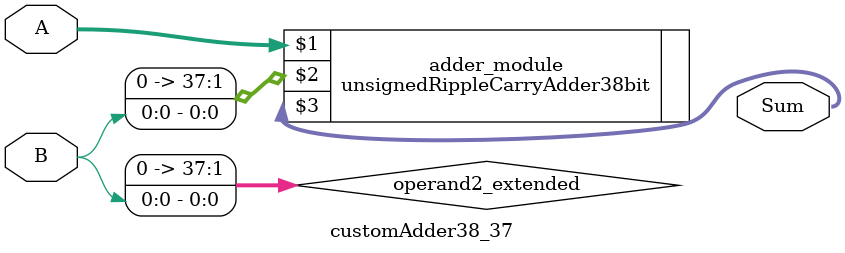
<source format=v>
module customAdder38_37(
                        input [37 : 0] A,
                        input [0 : 0] B,
                        
                        output [38 : 0] Sum
                );

        wire [37 : 0] operand2_extended;
        
        assign operand2_extended =  {37'b0, B};
        
        unsignedRippleCarryAdder38bit adder_module(
            A,
            operand2_extended,
            Sum
        );
        
        endmodule
        
</source>
